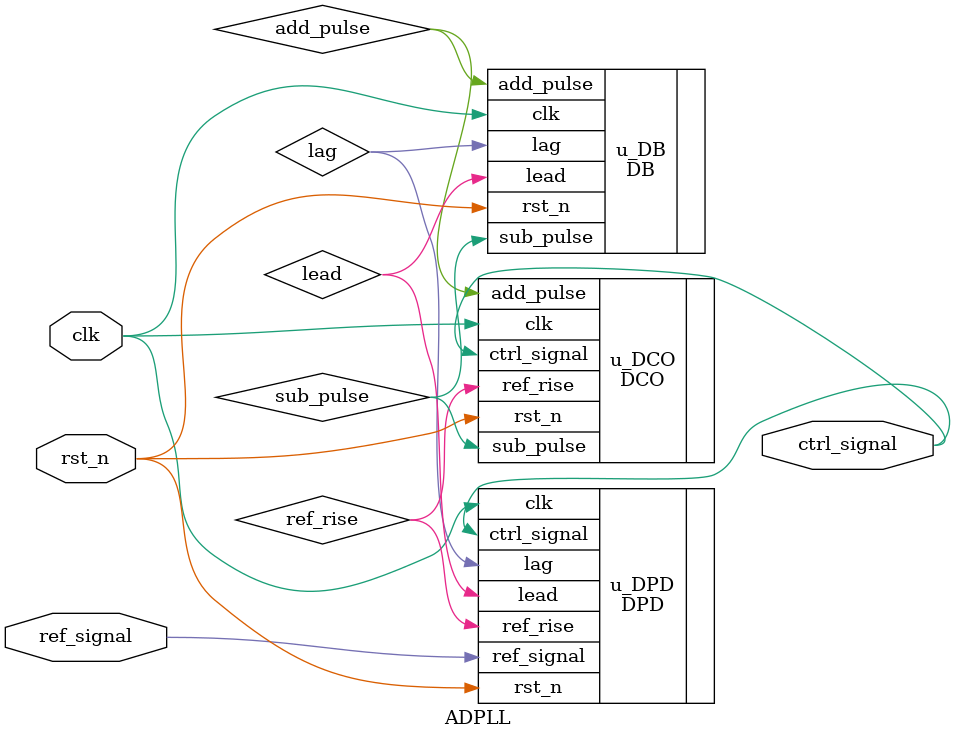
<source format=v>
`timescale 1ns/1ps

module ADPLL(
    input      clk,
    input      rst_n,
    input      ref_signal,
    
    output     ctrl_signal
);

wire lead, lag, ref_rise;
wire add_pulse, sub_pulse;


DPD u_DPD(
    .clk         (clk         ),
    .rst_n       (rst_n       ),
    .ref_signal  (ref_signal  ),
    .ctrl_signal (ctrl_signal ),
    .lead        (lead        ),
    .lag         (lag         ),
    .ref_rise    (ref_rise    )
);


DB #(
    .C   (1   ),
    .D   (1   ),
    .MAX (1000)
) u_DB(
    .clk       (clk       ),
    .rst_n     (rst_n     ),
    .lead      (lead      ),
    .lag       (lag       ),
    .add_pulse (add_pulse ),
    .sub_pulse (sub_pulse )
);


DCO #(
    .C (100)
) u_DCO(
    .clk         (clk         ),
    .rst_n       (rst_n       ),
    .sub_pulse   (sub_pulse   ),
    .add_pulse   (add_pulse   ),
    .ref_rise    (ref_rise    ),
    .ctrl_signal (ctrl_signal )
);



endmodule
</source>
